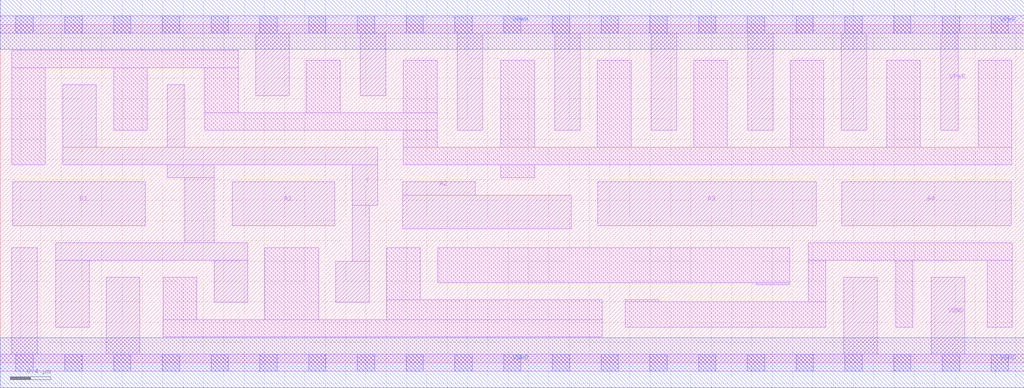
<source format=lef>
# Copyright 2020 The SkyWater PDK Authors
#
# Licensed under the Apache License, Version 2.0 (the "License");
# you may not use this file except in compliance with the License.
# You may obtain a copy of the License at
#
#     https://www.apache.org/licenses/LICENSE-2.0
#
# Unless required by applicable law or agreed to in writing, software
# distributed under the License is distributed on an "AS IS" BASIS,
# WITHOUT WARRANTIES OR CONDITIONS OF ANY KIND, either express or implied.
# See the License for the specific language governing permissions and
# limitations under the License.
#
# SPDX-License-Identifier: Apache-2.0

VERSION 5.7 ;
  NAMESCASESENSITIVE ON ;
  NOWIREEXTENSIONATPIN ON ;
  DIVIDERCHAR "/" ;
  BUSBITCHARS "[]" ;
UNITS
  DATABASE MICRONS 200 ;
END UNITS
MACRO sky130_fd_sc_hs__a41oi_4
  CLASS CORE ;
  SOURCE USER ;
  FOREIGN sky130_fd_sc_hs__a41oi_4 ;
  ORIGIN  0.000000  0.000000 ;
  SIZE  10.08000 BY  3.330000 ;
  SYMMETRY X Y ;
  SITE unit ;
  PIN A1
    ANTENNAGATEAREA  1.116000 ;
    DIRECTION INPUT ;
    USE SIGNAL ;
    PORT
      LAYER li1 ;
        RECT 2.285000 1.350000 3.295000 1.780000 ;
    END
  END A1
  PIN A2
    ANTENNAGATEAREA  1.116000 ;
    DIRECTION INPUT ;
    USE SIGNAL ;
    PORT
      LAYER li1 ;
        RECT 3.965000 1.320000 5.620000 1.650000 ;
        RECT 3.965000 1.650000 4.675000 1.780000 ;
    END
  END A2
  PIN A3
    ANTENNAGATEAREA  1.116000 ;
    DIRECTION INPUT ;
    USE SIGNAL ;
    PORT
      LAYER li1 ;
        RECT 5.885000 1.350000 8.035000 1.780000 ;
    END
  END A3
  PIN A4
    ANTENNAGATEAREA  1.116000 ;
    DIRECTION INPUT ;
    USE SIGNAL ;
    PORT
      LAYER li1 ;
        RECT 8.285000 1.350000 9.955000 1.780000 ;
    END
  END A4
  PIN B1
    ANTENNAGATEAREA  0.894000 ;
    DIRECTION INPUT ;
    USE SIGNAL ;
    PORT
      LAYER li1 ;
        RECT 0.125000 1.350000 1.430000 1.780000 ;
    END
  END B1
  PIN Y
    ANTENNADIFFAREA  1.447600 ;
    DIRECTION OUTPUT ;
    USE SIGNAL ;
    PORT
      LAYER li1 ;
        RECT 0.545000 0.350000 0.875000 1.010000 ;
        RECT 0.545000 1.010000 2.435000 1.180000 ;
        RECT 0.615000 1.950000 3.715000 2.120000 ;
        RECT 0.615000 2.120000 0.945000 2.735000 ;
        RECT 1.645000 1.820000 2.105000 1.950000 ;
        RECT 1.645000 2.120000 1.815000 2.735000 ;
        RECT 1.815000 1.180000 2.105000 1.820000 ;
        RECT 2.105000 0.595000 2.435000 1.010000 ;
        RECT 3.305000 0.595000 3.635000 1.000000 ;
        RECT 3.465000 1.000000 3.635000 1.550000 ;
        RECT 3.465000 1.550000 3.715000 1.950000 ;
    END
  END Y
  PIN VGND
    DIRECTION INOUT ;
    USE GROUND ;
    PORT
      LAYER li1 ;
        RECT 0.000000 -0.085000 10.080000 0.085000 ;
        RECT 0.115000  0.085000  0.365000 1.130000 ;
        RECT 1.045000  0.085000  1.375000 0.840000 ;
        RECT 8.305000  0.085000  8.635000 0.840000 ;
        RECT 9.165000  0.085000  9.495000 0.840000 ;
      LAYER mcon ;
        RECT 0.155000 -0.085000 0.325000 0.085000 ;
        RECT 0.635000 -0.085000 0.805000 0.085000 ;
        RECT 1.115000 -0.085000 1.285000 0.085000 ;
        RECT 1.595000 -0.085000 1.765000 0.085000 ;
        RECT 2.075000 -0.085000 2.245000 0.085000 ;
        RECT 2.555000 -0.085000 2.725000 0.085000 ;
        RECT 3.035000 -0.085000 3.205000 0.085000 ;
        RECT 3.515000 -0.085000 3.685000 0.085000 ;
        RECT 3.995000 -0.085000 4.165000 0.085000 ;
        RECT 4.475000 -0.085000 4.645000 0.085000 ;
        RECT 4.955000 -0.085000 5.125000 0.085000 ;
        RECT 5.435000 -0.085000 5.605000 0.085000 ;
        RECT 5.915000 -0.085000 6.085000 0.085000 ;
        RECT 6.395000 -0.085000 6.565000 0.085000 ;
        RECT 6.875000 -0.085000 7.045000 0.085000 ;
        RECT 7.355000 -0.085000 7.525000 0.085000 ;
        RECT 7.835000 -0.085000 8.005000 0.085000 ;
        RECT 8.315000 -0.085000 8.485000 0.085000 ;
        RECT 8.795000 -0.085000 8.965000 0.085000 ;
        RECT 9.275000 -0.085000 9.445000 0.085000 ;
        RECT 9.755000 -0.085000 9.925000 0.085000 ;
      LAYER met1 ;
        RECT 0.000000 -0.245000 10.080000 0.245000 ;
    END
  END VGND
  PIN VPWR
    DIRECTION INOUT ;
    USE POWER ;
    PORT
      LAYER li1 ;
        RECT 0.000000 3.245000 10.080000 3.415000 ;
        RECT 2.515000 2.630000  2.845000 3.245000 ;
        RECT 3.545000 2.630000  3.795000 3.245000 ;
        RECT 4.500000 2.290000  4.750000 3.245000 ;
        RECT 5.460000 2.290000  5.710000 3.245000 ;
        RECT 6.410000 2.290000  6.660000 3.245000 ;
        RECT 7.360000 2.290000  7.610000 3.245000 ;
        RECT 8.280000 2.290000  8.530000 3.245000 ;
        RECT 9.260000 2.290000  9.430000 3.245000 ;
      LAYER mcon ;
        RECT 0.155000 3.245000 0.325000 3.415000 ;
        RECT 0.635000 3.245000 0.805000 3.415000 ;
        RECT 1.115000 3.245000 1.285000 3.415000 ;
        RECT 1.595000 3.245000 1.765000 3.415000 ;
        RECT 2.075000 3.245000 2.245000 3.415000 ;
        RECT 2.555000 3.245000 2.725000 3.415000 ;
        RECT 3.035000 3.245000 3.205000 3.415000 ;
        RECT 3.515000 3.245000 3.685000 3.415000 ;
        RECT 3.995000 3.245000 4.165000 3.415000 ;
        RECT 4.475000 3.245000 4.645000 3.415000 ;
        RECT 4.955000 3.245000 5.125000 3.415000 ;
        RECT 5.435000 3.245000 5.605000 3.415000 ;
        RECT 5.915000 3.245000 6.085000 3.415000 ;
        RECT 6.395000 3.245000 6.565000 3.415000 ;
        RECT 6.875000 3.245000 7.045000 3.415000 ;
        RECT 7.355000 3.245000 7.525000 3.415000 ;
        RECT 7.835000 3.245000 8.005000 3.415000 ;
        RECT 8.315000 3.245000 8.485000 3.415000 ;
        RECT 8.795000 3.245000 8.965000 3.415000 ;
        RECT 9.275000 3.245000 9.445000 3.415000 ;
        RECT 9.755000 3.245000 9.925000 3.415000 ;
      LAYER met1 ;
        RECT 0.000000 3.085000 10.080000 3.575000 ;
    END
  END VPWR
  OBS
    LAYER li1 ;
      RECT 0.115000 1.950000 0.445000 2.905000 ;
      RECT 0.115000 2.905000 2.345000 3.075000 ;
      RECT 1.115000 2.290000 1.445000 2.905000 ;
      RECT 1.605000 0.255000 5.925000 0.425000 ;
      RECT 1.605000 0.425000 1.935000 0.840000 ;
      RECT 2.015000 2.290000 4.300000 2.460000 ;
      RECT 2.015000 2.460000 2.345000 2.905000 ;
      RECT 2.605000 0.425000 3.135000 1.130000 ;
      RECT 3.015000 2.460000 3.345000 2.980000 ;
      RECT 3.805000 0.425000 5.925000 0.620000 ;
      RECT 3.805000 0.620000 4.135000 1.130000 ;
      RECT 3.970000 1.950000 9.960000 2.120000 ;
      RECT 3.970000 2.120000 4.300000 2.290000 ;
      RECT 3.970000 2.460000 4.300000 2.980000 ;
      RECT 4.305000 0.790000 7.775000 1.130000 ;
      RECT 4.930000 1.820000 5.260000 1.950000 ;
      RECT 4.930000 2.120000 5.260000 2.980000 ;
      RECT 5.880000 2.120000 6.210000 2.980000 ;
      RECT 6.155000 0.350000 8.125000 0.600000 ;
      RECT 6.155000 0.600000 6.485000 0.620000 ;
      RECT 6.830000 2.120000 7.160000 2.980000 ;
      RECT 7.445000 0.770000 7.775000 0.790000 ;
      RECT 7.780000 2.120000 8.110000 2.980000 ;
      RECT 7.955000 0.600000 8.125000 1.010000 ;
      RECT 7.955000 1.010000 9.965000 1.180000 ;
      RECT 8.730000 2.120000 9.060000 2.980000 ;
      RECT 8.815000 0.350000 8.985000 1.010000 ;
      RECT 9.630000 2.120000 9.960000 2.980000 ;
      RECT 9.715000 0.350000 9.965000 1.010000 ;
  END
END sky130_fd_sc_hs__a41oi_4

</source>
